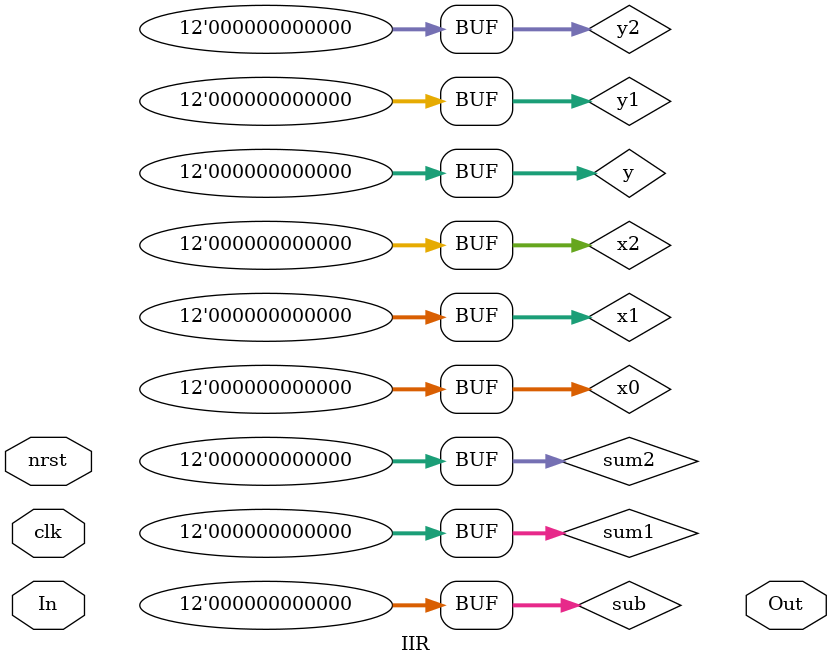
<source format=v>
/*
 * Discrete-Time IIR Filter (real)
 * -------------------------------
 * Filter Structure    : Direct-Form II, Second-Order Sections
 * Order	       : 6
 * Number of Sections  : 3
 * Stable              : Yes
 * Linear Phase        : No
 */
//2**14
module IIR #(parameter b0 = 13_044, b1 = -24_789, b2 = -2, a1 = -30_885, a2 = 16_242,Datain_AW = 12, Dataout_AW = 12, DataShift = 14)(
	input clk, nrst,
	input signed [Datain_AW - 1 : 0] In,
	output signed [Dataout_AW - 1 : 0] Out

);
	reg signed [Datain_AW - 1 : 0] x0, x1, x2, y1, y2, sum1, sum2, sub;
	reg signed [Dataout_AW - 1 : 0] y;
	wire flag1, flag2;
	reg [2:0] p_cnt;
	
	parameter IDLE = 3'b001;
	parameter UPDATE = 3'b010;
	parameter FILTR = 3'b100;

	reg [2:0] cstate, nstate;

initial begin

	x0 = 'b0;
	x1 = 'b0;
	x2 = 'b0;
	y1 = 'b0;
	y2 = 'b0;
	sum1 = 'b0;
	sum2 = 'b0;
	sub = 'b0;
	y = 'b0;
	cstate = IDLE;
	p_cnt= 'b0;


end
	
always@(posedge clk or negedge nrst) begin
	if(!nrst) cstate <= IDLE;
	else cstate <= nstate;
end

always@(posedge clk or negedge nrst) begin
	if(!nrst) p_cnt <= 'b0;
	else p_cnt <= p_cnt + 1'b1;
end

always@(p_cnt, cstate)begin
	nstate <= IDLE;
	case(cstate)
		IDLE:begin
			if(p_cnt == 3'd7)	nstate <= UPDATE;
			else	nstate <= IDLE;
		end
		UPDATE:begin
			if(flag1)	nstate <= FILTR;
			else	nstate <= UPDATE;
		end
		FILTR:begin
			if(flag2)	nstate <= UPDATE;
			else	nstate <= FILTR;
		end
		default:begin
			nstate <= IDLE;
		end
	endcase
end

always@(posedge clk or negedge nrst)begin
	if(!nrst)begin
		
	end else begin


	end


end












endmodule 
</source>
